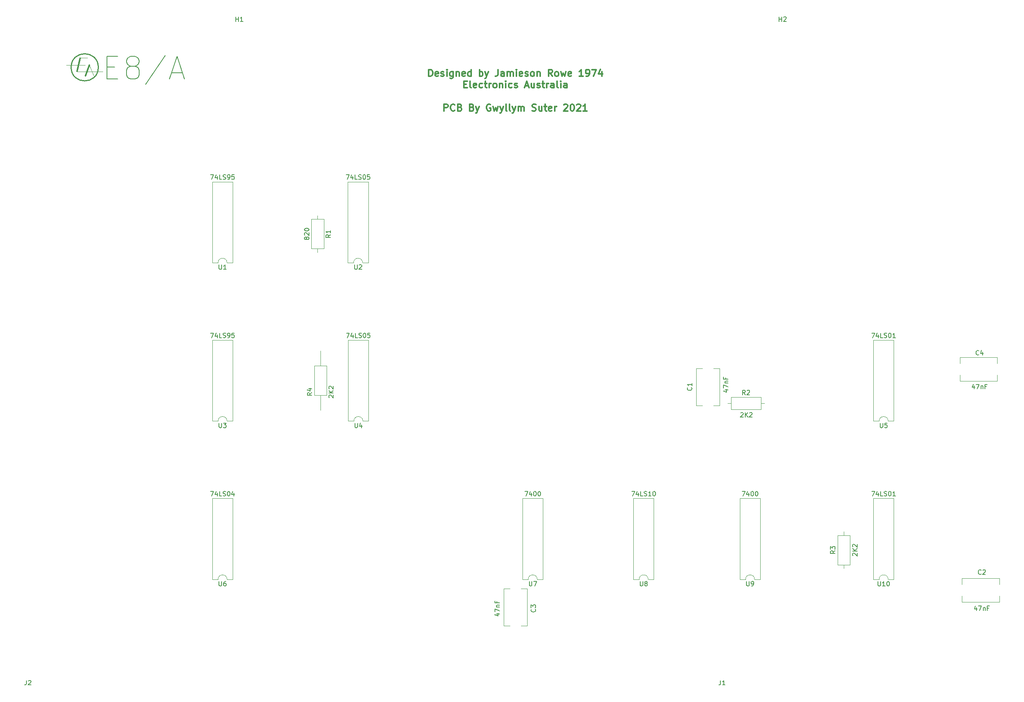
<source format=gbr>
%TF.GenerationSoftware,KiCad,Pcbnew,(5.1.10-1-10_14)*%
%TF.CreationDate,2022-02-06T20:45:04+11:00*%
%TF.ProjectId,Accumulator,41636375-6d75-46c6-9174-6f722e6b6963,rev?*%
%TF.SameCoordinates,Original*%
%TF.FileFunction,Legend,Top*%
%TF.FilePolarity,Positive*%
%FSLAX46Y46*%
G04 Gerber Fmt 4.6, Leading zero omitted, Abs format (unit mm)*
G04 Created by KiCad (PCBNEW (5.1.10-1-10_14)) date 2022-02-06 20:45:04*
%MOMM*%
%LPD*%
G01*
G04 APERTURE LIST*
%ADD10C,0.300000*%
%ADD11C,0.150000*%
%ADD12C,0.120000*%
%ADD13C,0.240000*%
G04 APERTURE END LIST*
D10*
X126857142Y-25853571D02*
X126857142Y-24353571D01*
X127214285Y-24353571D01*
X127428571Y-24425000D01*
X127571428Y-24567857D01*
X127642857Y-24710714D01*
X127714285Y-24996428D01*
X127714285Y-25210714D01*
X127642857Y-25496428D01*
X127571428Y-25639285D01*
X127428571Y-25782142D01*
X127214285Y-25853571D01*
X126857142Y-25853571D01*
X128928571Y-25782142D02*
X128785714Y-25853571D01*
X128500000Y-25853571D01*
X128357142Y-25782142D01*
X128285714Y-25639285D01*
X128285714Y-25067857D01*
X128357142Y-24925000D01*
X128500000Y-24853571D01*
X128785714Y-24853571D01*
X128928571Y-24925000D01*
X129000000Y-25067857D01*
X129000000Y-25210714D01*
X128285714Y-25353571D01*
X129571428Y-25782142D02*
X129714285Y-25853571D01*
X130000000Y-25853571D01*
X130142857Y-25782142D01*
X130214285Y-25639285D01*
X130214285Y-25567857D01*
X130142857Y-25425000D01*
X130000000Y-25353571D01*
X129785714Y-25353571D01*
X129642857Y-25282142D01*
X129571428Y-25139285D01*
X129571428Y-25067857D01*
X129642857Y-24925000D01*
X129785714Y-24853571D01*
X130000000Y-24853571D01*
X130142857Y-24925000D01*
X130857142Y-25853571D02*
X130857142Y-24853571D01*
X130857142Y-24353571D02*
X130785714Y-24425000D01*
X130857142Y-24496428D01*
X130928571Y-24425000D01*
X130857142Y-24353571D01*
X130857142Y-24496428D01*
X132214285Y-24853571D02*
X132214285Y-26067857D01*
X132142857Y-26210714D01*
X132071428Y-26282142D01*
X131928571Y-26353571D01*
X131714285Y-26353571D01*
X131571428Y-26282142D01*
X132214285Y-25782142D02*
X132071428Y-25853571D01*
X131785714Y-25853571D01*
X131642857Y-25782142D01*
X131571428Y-25710714D01*
X131500000Y-25567857D01*
X131500000Y-25139285D01*
X131571428Y-24996428D01*
X131642857Y-24925000D01*
X131785714Y-24853571D01*
X132071428Y-24853571D01*
X132214285Y-24925000D01*
X132928571Y-24853571D02*
X132928571Y-25853571D01*
X132928571Y-24996428D02*
X133000000Y-24925000D01*
X133142857Y-24853571D01*
X133357142Y-24853571D01*
X133500000Y-24925000D01*
X133571428Y-25067857D01*
X133571428Y-25853571D01*
X134857142Y-25782142D02*
X134714285Y-25853571D01*
X134428571Y-25853571D01*
X134285714Y-25782142D01*
X134214285Y-25639285D01*
X134214285Y-25067857D01*
X134285714Y-24925000D01*
X134428571Y-24853571D01*
X134714285Y-24853571D01*
X134857142Y-24925000D01*
X134928571Y-25067857D01*
X134928571Y-25210714D01*
X134214285Y-25353571D01*
X136214285Y-25853571D02*
X136214285Y-24353571D01*
X136214285Y-25782142D02*
X136071428Y-25853571D01*
X135785714Y-25853571D01*
X135642857Y-25782142D01*
X135571428Y-25710714D01*
X135500000Y-25567857D01*
X135500000Y-25139285D01*
X135571428Y-24996428D01*
X135642857Y-24925000D01*
X135785714Y-24853571D01*
X136071428Y-24853571D01*
X136214285Y-24925000D01*
X138071428Y-25853571D02*
X138071428Y-24353571D01*
X138071428Y-24925000D02*
X138214285Y-24853571D01*
X138500000Y-24853571D01*
X138642857Y-24925000D01*
X138714285Y-24996428D01*
X138785714Y-25139285D01*
X138785714Y-25567857D01*
X138714285Y-25710714D01*
X138642857Y-25782142D01*
X138500000Y-25853571D01*
X138214285Y-25853571D01*
X138071428Y-25782142D01*
X139285714Y-24853571D02*
X139642857Y-25853571D01*
X140000000Y-24853571D02*
X139642857Y-25853571D01*
X139500000Y-26210714D01*
X139428571Y-26282142D01*
X139285714Y-26353571D01*
X142142857Y-24353571D02*
X142142857Y-25425000D01*
X142071428Y-25639285D01*
X141928571Y-25782142D01*
X141714285Y-25853571D01*
X141571428Y-25853571D01*
X143500000Y-25853571D02*
X143500000Y-25067857D01*
X143428571Y-24925000D01*
X143285714Y-24853571D01*
X143000000Y-24853571D01*
X142857142Y-24925000D01*
X143500000Y-25782142D02*
X143357142Y-25853571D01*
X143000000Y-25853571D01*
X142857142Y-25782142D01*
X142785714Y-25639285D01*
X142785714Y-25496428D01*
X142857142Y-25353571D01*
X143000000Y-25282142D01*
X143357142Y-25282142D01*
X143500000Y-25210714D01*
X144214285Y-25853571D02*
X144214285Y-24853571D01*
X144214285Y-24996428D02*
X144285714Y-24925000D01*
X144428571Y-24853571D01*
X144642857Y-24853571D01*
X144785714Y-24925000D01*
X144857142Y-25067857D01*
X144857142Y-25853571D01*
X144857142Y-25067857D02*
X144928571Y-24925000D01*
X145071428Y-24853571D01*
X145285714Y-24853571D01*
X145428571Y-24925000D01*
X145500000Y-25067857D01*
X145500000Y-25853571D01*
X146214285Y-25853571D02*
X146214285Y-24853571D01*
X146214285Y-24353571D02*
X146142857Y-24425000D01*
X146214285Y-24496428D01*
X146285714Y-24425000D01*
X146214285Y-24353571D01*
X146214285Y-24496428D01*
X147500000Y-25782142D02*
X147357142Y-25853571D01*
X147071428Y-25853571D01*
X146928571Y-25782142D01*
X146857142Y-25639285D01*
X146857142Y-25067857D01*
X146928571Y-24925000D01*
X147071428Y-24853571D01*
X147357142Y-24853571D01*
X147500000Y-24925000D01*
X147571428Y-25067857D01*
X147571428Y-25210714D01*
X146857142Y-25353571D01*
X148142857Y-25782142D02*
X148285714Y-25853571D01*
X148571428Y-25853571D01*
X148714285Y-25782142D01*
X148785714Y-25639285D01*
X148785714Y-25567857D01*
X148714285Y-25425000D01*
X148571428Y-25353571D01*
X148357142Y-25353571D01*
X148214285Y-25282142D01*
X148142857Y-25139285D01*
X148142857Y-25067857D01*
X148214285Y-24925000D01*
X148357142Y-24853571D01*
X148571428Y-24853571D01*
X148714285Y-24925000D01*
X149642857Y-25853571D02*
X149500000Y-25782142D01*
X149428571Y-25710714D01*
X149357142Y-25567857D01*
X149357142Y-25139285D01*
X149428571Y-24996428D01*
X149500000Y-24925000D01*
X149642857Y-24853571D01*
X149857142Y-24853571D01*
X150000000Y-24925000D01*
X150071428Y-24996428D01*
X150142857Y-25139285D01*
X150142857Y-25567857D01*
X150071428Y-25710714D01*
X150000000Y-25782142D01*
X149857142Y-25853571D01*
X149642857Y-25853571D01*
X150785714Y-24853571D02*
X150785714Y-25853571D01*
X150785714Y-24996428D02*
X150857142Y-24925000D01*
X151000000Y-24853571D01*
X151214285Y-24853571D01*
X151357142Y-24925000D01*
X151428571Y-25067857D01*
X151428571Y-25853571D01*
X154142857Y-25853571D02*
X153642857Y-25139285D01*
X153285714Y-25853571D02*
X153285714Y-24353571D01*
X153857142Y-24353571D01*
X154000000Y-24425000D01*
X154071428Y-24496428D01*
X154142857Y-24639285D01*
X154142857Y-24853571D01*
X154071428Y-24996428D01*
X154000000Y-25067857D01*
X153857142Y-25139285D01*
X153285714Y-25139285D01*
X155000000Y-25853571D02*
X154857142Y-25782142D01*
X154785714Y-25710714D01*
X154714285Y-25567857D01*
X154714285Y-25139285D01*
X154785714Y-24996428D01*
X154857142Y-24925000D01*
X155000000Y-24853571D01*
X155214285Y-24853571D01*
X155357142Y-24925000D01*
X155428571Y-24996428D01*
X155500000Y-25139285D01*
X155500000Y-25567857D01*
X155428571Y-25710714D01*
X155357142Y-25782142D01*
X155214285Y-25853571D01*
X155000000Y-25853571D01*
X156000000Y-24853571D02*
X156285714Y-25853571D01*
X156571428Y-25139285D01*
X156857142Y-25853571D01*
X157142857Y-24853571D01*
X158285714Y-25782142D02*
X158142857Y-25853571D01*
X157857142Y-25853571D01*
X157714285Y-25782142D01*
X157642857Y-25639285D01*
X157642857Y-25067857D01*
X157714285Y-24925000D01*
X157857142Y-24853571D01*
X158142857Y-24853571D01*
X158285714Y-24925000D01*
X158357142Y-25067857D01*
X158357142Y-25210714D01*
X157642857Y-25353571D01*
X160928571Y-25853571D02*
X160071428Y-25853571D01*
X160500000Y-25853571D02*
X160500000Y-24353571D01*
X160357142Y-24567857D01*
X160214285Y-24710714D01*
X160071428Y-24782142D01*
X161642857Y-25853571D02*
X161928571Y-25853571D01*
X162071428Y-25782142D01*
X162142857Y-25710714D01*
X162285714Y-25496428D01*
X162357142Y-25210714D01*
X162357142Y-24639285D01*
X162285714Y-24496428D01*
X162214285Y-24425000D01*
X162071428Y-24353571D01*
X161785714Y-24353571D01*
X161642857Y-24425000D01*
X161571428Y-24496428D01*
X161500000Y-24639285D01*
X161500000Y-24996428D01*
X161571428Y-25139285D01*
X161642857Y-25210714D01*
X161785714Y-25282142D01*
X162071428Y-25282142D01*
X162214285Y-25210714D01*
X162285714Y-25139285D01*
X162357142Y-24996428D01*
X162857142Y-24353571D02*
X163857142Y-24353571D01*
X163214285Y-25853571D01*
X165071428Y-24853571D02*
X165071428Y-25853571D01*
X164714285Y-24282142D02*
X164357142Y-25353571D01*
X165285714Y-25353571D01*
X134642857Y-27617857D02*
X135142857Y-27617857D01*
X135357142Y-28403571D02*
X134642857Y-28403571D01*
X134642857Y-26903571D01*
X135357142Y-26903571D01*
X136214285Y-28403571D02*
X136071428Y-28332142D01*
X136000000Y-28189285D01*
X136000000Y-26903571D01*
X137357142Y-28332142D02*
X137214285Y-28403571D01*
X136928571Y-28403571D01*
X136785714Y-28332142D01*
X136714285Y-28189285D01*
X136714285Y-27617857D01*
X136785714Y-27475000D01*
X136928571Y-27403571D01*
X137214285Y-27403571D01*
X137357142Y-27475000D01*
X137428571Y-27617857D01*
X137428571Y-27760714D01*
X136714285Y-27903571D01*
X138714285Y-28332142D02*
X138571428Y-28403571D01*
X138285714Y-28403571D01*
X138142857Y-28332142D01*
X138071428Y-28260714D01*
X138000000Y-28117857D01*
X138000000Y-27689285D01*
X138071428Y-27546428D01*
X138142857Y-27475000D01*
X138285714Y-27403571D01*
X138571428Y-27403571D01*
X138714285Y-27475000D01*
X139142857Y-27403571D02*
X139714285Y-27403571D01*
X139357142Y-26903571D02*
X139357142Y-28189285D01*
X139428571Y-28332142D01*
X139571428Y-28403571D01*
X139714285Y-28403571D01*
X140214285Y-28403571D02*
X140214285Y-27403571D01*
X140214285Y-27689285D02*
X140285714Y-27546428D01*
X140357142Y-27475000D01*
X140500000Y-27403571D01*
X140642857Y-27403571D01*
X141357142Y-28403571D02*
X141214285Y-28332142D01*
X141142857Y-28260714D01*
X141071428Y-28117857D01*
X141071428Y-27689285D01*
X141142857Y-27546428D01*
X141214285Y-27475000D01*
X141357142Y-27403571D01*
X141571428Y-27403571D01*
X141714285Y-27475000D01*
X141785714Y-27546428D01*
X141857142Y-27689285D01*
X141857142Y-28117857D01*
X141785714Y-28260714D01*
X141714285Y-28332142D01*
X141571428Y-28403571D01*
X141357142Y-28403571D01*
X142500000Y-27403571D02*
X142500000Y-28403571D01*
X142500000Y-27546428D02*
X142571428Y-27475000D01*
X142714285Y-27403571D01*
X142928571Y-27403571D01*
X143071428Y-27475000D01*
X143142857Y-27617857D01*
X143142857Y-28403571D01*
X143857142Y-28403571D02*
X143857142Y-27403571D01*
X143857142Y-26903571D02*
X143785714Y-26975000D01*
X143857142Y-27046428D01*
X143928571Y-26975000D01*
X143857142Y-26903571D01*
X143857142Y-27046428D01*
X145214285Y-28332142D02*
X145071428Y-28403571D01*
X144785714Y-28403571D01*
X144642857Y-28332142D01*
X144571428Y-28260714D01*
X144500000Y-28117857D01*
X144500000Y-27689285D01*
X144571428Y-27546428D01*
X144642857Y-27475000D01*
X144785714Y-27403571D01*
X145071428Y-27403571D01*
X145214285Y-27475000D01*
X145785714Y-28332142D02*
X145928571Y-28403571D01*
X146214285Y-28403571D01*
X146357142Y-28332142D01*
X146428571Y-28189285D01*
X146428571Y-28117857D01*
X146357142Y-27975000D01*
X146214285Y-27903571D01*
X146000000Y-27903571D01*
X145857142Y-27832142D01*
X145785714Y-27689285D01*
X145785714Y-27617857D01*
X145857142Y-27475000D01*
X146000000Y-27403571D01*
X146214285Y-27403571D01*
X146357142Y-27475000D01*
X148142857Y-27975000D02*
X148857142Y-27975000D01*
X148000000Y-28403571D02*
X148500000Y-26903571D01*
X149000000Y-28403571D01*
X150142857Y-27403571D02*
X150142857Y-28403571D01*
X149500000Y-27403571D02*
X149500000Y-28189285D01*
X149571428Y-28332142D01*
X149714285Y-28403571D01*
X149928571Y-28403571D01*
X150071428Y-28332142D01*
X150142857Y-28260714D01*
X150785714Y-28332142D02*
X150928571Y-28403571D01*
X151214285Y-28403571D01*
X151357142Y-28332142D01*
X151428571Y-28189285D01*
X151428571Y-28117857D01*
X151357142Y-27975000D01*
X151214285Y-27903571D01*
X151000000Y-27903571D01*
X150857142Y-27832142D01*
X150785714Y-27689285D01*
X150785714Y-27617857D01*
X150857142Y-27475000D01*
X151000000Y-27403571D01*
X151214285Y-27403571D01*
X151357142Y-27475000D01*
X151857142Y-27403571D02*
X152428571Y-27403571D01*
X152071428Y-26903571D02*
X152071428Y-28189285D01*
X152142857Y-28332142D01*
X152285714Y-28403571D01*
X152428571Y-28403571D01*
X152928571Y-28403571D02*
X152928571Y-27403571D01*
X152928571Y-27689285D02*
X153000000Y-27546428D01*
X153071428Y-27475000D01*
X153214285Y-27403571D01*
X153357142Y-27403571D01*
X154500000Y-28403571D02*
X154500000Y-27617857D01*
X154428571Y-27475000D01*
X154285714Y-27403571D01*
X154000000Y-27403571D01*
X153857142Y-27475000D01*
X154500000Y-28332142D02*
X154357142Y-28403571D01*
X154000000Y-28403571D01*
X153857142Y-28332142D01*
X153785714Y-28189285D01*
X153785714Y-28046428D01*
X153857142Y-27903571D01*
X154000000Y-27832142D01*
X154357142Y-27832142D01*
X154500000Y-27760714D01*
X155428571Y-28403571D02*
X155285714Y-28332142D01*
X155214285Y-28189285D01*
X155214285Y-26903571D01*
X156000000Y-28403571D02*
X156000000Y-27403571D01*
X156000000Y-26903571D02*
X155928571Y-26975000D01*
X156000000Y-27046428D01*
X156071428Y-26975000D01*
X156000000Y-26903571D01*
X156000000Y-27046428D01*
X157357142Y-28403571D02*
X157357142Y-27617857D01*
X157285714Y-27475000D01*
X157142857Y-27403571D01*
X156857142Y-27403571D01*
X156714285Y-27475000D01*
X157357142Y-28332142D02*
X157214285Y-28403571D01*
X156857142Y-28403571D01*
X156714285Y-28332142D01*
X156642857Y-28189285D01*
X156642857Y-28046428D01*
X156714285Y-27903571D01*
X156857142Y-27832142D01*
X157214285Y-27832142D01*
X157357142Y-27760714D01*
X130249999Y-33503571D02*
X130249999Y-32003571D01*
X130821428Y-32003571D01*
X130964285Y-32075000D01*
X131035714Y-32146428D01*
X131107142Y-32289285D01*
X131107142Y-32503571D01*
X131035714Y-32646428D01*
X130964285Y-32717857D01*
X130821428Y-32789285D01*
X130249999Y-32789285D01*
X132607142Y-33360714D02*
X132535714Y-33432142D01*
X132321428Y-33503571D01*
X132178571Y-33503571D01*
X131964285Y-33432142D01*
X131821428Y-33289285D01*
X131749999Y-33146428D01*
X131678571Y-32860714D01*
X131678571Y-32646428D01*
X131749999Y-32360714D01*
X131821428Y-32217857D01*
X131964285Y-32075000D01*
X132178571Y-32003571D01*
X132321428Y-32003571D01*
X132535714Y-32075000D01*
X132607142Y-32146428D01*
X133749999Y-32717857D02*
X133964285Y-32789285D01*
X134035714Y-32860714D01*
X134107142Y-33003571D01*
X134107142Y-33217857D01*
X134035714Y-33360714D01*
X133964285Y-33432142D01*
X133821428Y-33503571D01*
X133249999Y-33503571D01*
X133249999Y-32003571D01*
X133749999Y-32003571D01*
X133892857Y-32075000D01*
X133964285Y-32146428D01*
X134035714Y-32289285D01*
X134035714Y-32432142D01*
X133964285Y-32575000D01*
X133892857Y-32646428D01*
X133749999Y-32717857D01*
X133249999Y-32717857D01*
X136392857Y-32717857D02*
X136607142Y-32789285D01*
X136678571Y-32860714D01*
X136750000Y-33003571D01*
X136750000Y-33217857D01*
X136678571Y-33360714D01*
X136607142Y-33432142D01*
X136464285Y-33503571D01*
X135892857Y-33503571D01*
X135892857Y-32003571D01*
X136392857Y-32003571D01*
X136535714Y-32075000D01*
X136607142Y-32146428D01*
X136678571Y-32289285D01*
X136678571Y-32432142D01*
X136607142Y-32575000D01*
X136535714Y-32646428D01*
X136392857Y-32717857D01*
X135892857Y-32717857D01*
X137250000Y-32503571D02*
X137607142Y-33503571D01*
X137964285Y-32503571D02*
X137607142Y-33503571D01*
X137464285Y-33860714D01*
X137392857Y-33932142D01*
X137250000Y-34003571D01*
X140464285Y-32075000D02*
X140321428Y-32003571D01*
X140107142Y-32003571D01*
X139892857Y-32075000D01*
X139750000Y-32217857D01*
X139678571Y-32360714D01*
X139607142Y-32646428D01*
X139607142Y-32860714D01*
X139678571Y-33146428D01*
X139750000Y-33289285D01*
X139892857Y-33432142D01*
X140107142Y-33503571D01*
X140250000Y-33503571D01*
X140464285Y-33432142D01*
X140535714Y-33360714D01*
X140535714Y-32860714D01*
X140250000Y-32860714D01*
X141035714Y-32503571D02*
X141321428Y-33503571D01*
X141607142Y-32789285D01*
X141892857Y-33503571D01*
X142178571Y-32503571D01*
X142607142Y-32503571D02*
X142964285Y-33503571D01*
X143321428Y-32503571D02*
X142964285Y-33503571D01*
X142821428Y-33860714D01*
X142750000Y-33932142D01*
X142607142Y-34003571D01*
X144107142Y-33503571D02*
X143964285Y-33432142D01*
X143892857Y-33289285D01*
X143892857Y-32003571D01*
X144892857Y-33503571D02*
X144750000Y-33432142D01*
X144678571Y-33289285D01*
X144678571Y-32003571D01*
X145321428Y-32503571D02*
X145678571Y-33503571D01*
X146035714Y-32503571D02*
X145678571Y-33503571D01*
X145535714Y-33860714D01*
X145464285Y-33932142D01*
X145321428Y-34003571D01*
X146607142Y-33503571D02*
X146607142Y-32503571D01*
X146607142Y-32646428D02*
X146678571Y-32575000D01*
X146821428Y-32503571D01*
X147035714Y-32503571D01*
X147178571Y-32575000D01*
X147250000Y-32717857D01*
X147250000Y-33503571D01*
X147250000Y-32717857D02*
X147321428Y-32575000D01*
X147464285Y-32503571D01*
X147678571Y-32503571D01*
X147821428Y-32575000D01*
X147892857Y-32717857D01*
X147892857Y-33503571D01*
X149678571Y-33432142D02*
X149892857Y-33503571D01*
X150250000Y-33503571D01*
X150392857Y-33432142D01*
X150464285Y-33360714D01*
X150535714Y-33217857D01*
X150535714Y-33075000D01*
X150464285Y-32932142D01*
X150392857Y-32860714D01*
X150250000Y-32789285D01*
X149964285Y-32717857D01*
X149821428Y-32646428D01*
X149750000Y-32575000D01*
X149678571Y-32432142D01*
X149678571Y-32289285D01*
X149750000Y-32146428D01*
X149821428Y-32075000D01*
X149964285Y-32003571D01*
X150321428Y-32003571D01*
X150535714Y-32075000D01*
X151821428Y-32503571D02*
X151821428Y-33503571D01*
X151178571Y-32503571D02*
X151178571Y-33289285D01*
X151250000Y-33432142D01*
X151392857Y-33503571D01*
X151607142Y-33503571D01*
X151750000Y-33432142D01*
X151821428Y-33360714D01*
X152321428Y-32503571D02*
X152892857Y-32503571D01*
X152535714Y-32003571D02*
X152535714Y-33289285D01*
X152607142Y-33432142D01*
X152750000Y-33503571D01*
X152892857Y-33503571D01*
X153964285Y-33432142D02*
X153821428Y-33503571D01*
X153535714Y-33503571D01*
X153392857Y-33432142D01*
X153321428Y-33289285D01*
X153321428Y-32717857D01*
X153392857Y-32575000D01*
X153535714Y-32503571D01*
X153821428Y-32503571D01*
X153964285Y-32575000D01*
X154035714Y-32717857D01*
X154035714Y-32860714D01*
X153321428Y-33003571D01*
X154678571Y-33503571D02*
X154678571Y-32503571D01*
X154678571Y-32789285D02*
X154750000Y-32646428D01*
X154821428Y-32575000D01*
X154964285Y-32503571D01*
X155107142Y-32503571D01*
X156678571Y-32146428D02*
X156750000Y-32075000D01*
X156892857Y-32003571D01*
X157250000Y-32003571D01*
X157392857Y-32075000D01*
X157464285Y-32146428D01*
X157535714Y-32289285D01*
X157535714Y-32432142D01*
X157464285Y-32646428D01*
X156607142Y-33503571D01*
X157535714Y-33503571D01*
X158464285Y-32003571D02*
X158607142Y-32003571D01*
X158750000Y-32075000D01*
X158821428Y-32146428D01*
X158892857Y-32289285D01*
X158964285Y-32575000D01*
X158964285Y-32932142D01*
X158892857Y-33217857D01*
X158821428Y-33360714D01*
X158750000Y-33432142D01*
X158607142Y-33503571D01*
X158464285Y-33503571D01*
X158321428Y-33432142D01*
X158250000Y-33360714D01*
X158178571Y-33217857D01*
X158107142Y-32932142D01*
X158107142Y-32575000D01*
X158178571Y-32289285D01*
X158250000Y-32146428D01*
X158321428Y-32075000D01*
X158464285Y-32003571D01*
X159535714Y-32146428D02*
X159607142Y-32075000D01*
X159750000Y-32003571D01*
X160107142Y-32003571D01*
X160250000Y-32075000D01*
X160321428Y-32146428D01*
X160392857Y-32289285D01*
X160392857Y-32432142D01*
X160321428Y-32646428D01*
X159464285Y-33503571D01*
X160392857Y-33503571D01*
X161821428Y-33503571D02*
X160964285Y-33503571D01*
X161392857Y-33503571D02*
X161392857Y-32003571D01*
X161250000Y-32217857D01*
X161107142Y-32360714D01*
X160964285Y-32432142D01*
D11*
X55785714Y-23842857D02*
X57452380Y-23842857D01*
X58166666Y-26461904D02*
X55785714Y-26461904D01*
X55785714Y-21461904D01*
X58166666Y-21461904D01*
X61023809Y-23604761D02*
X60547619Y-23366666D01*
X60309523Y-23128571D01*
X60071428Y-22652380D01*
X60071428Y-22414285D01*
X60309523Y-21938095D01*
X60547619Y-21700000D01*
X61023809Y-21461904D01*
X61976190Y-21461904D01*
X62452380Y-21700000D01*
X62690476Y-21938095D01*
X62928571Y-22414285D01*
X62928571Y-22652380D01*
X62690476Y-23128571D01*
X62452380Y-23366666D01*
X61976190Y-23604761D01*
X61023809Y-23604761D01*
X60547619Y-23842857D01*
X60309523Y-24080952D01*
X60071428Y-24557142D01*
X60071428Y-25509523D01*
X60309523Y-25985714D01*
X60547619Y-26223809D01*
X61023809Y-26461904D01*
X61976190Y-26461904D01*
X62452380Y-26223809D01*
X62690476Y-25985714D01*
X62928571Y-25509523D01*
X62928571Y-24557142D01*
X62690476Y-24080952D01*
X62452380Y-23842857D01*
X61976190Y-23604761D01*
X68642857Y-21223809D02*
X64357142Y-27652380D01*
X70071428Y-25033333D02*
X72452380Y-25033333D01*
X69595238Y-26461904D02*
X71261904Y-21461904D01*
X72928571Y-26461904D01*
D12*
%TO.C,C1*%
X185880000Y-98670000D02*
X185880000Y-90430000D01*
X191120000Y-98670000D02*
X191120000Y-90430000D01*
X185880000Y-98670000D02*
X187244000Y-98670000D01*
X189756000Y-98670000D02*
X191120000Y-98670000D01*
X185880000Y-90430000D02*
X187244000Y-90430000D01*
X189756000Y-90430000D02*
X191120000Y-90430000D01*
%TO.C,C2*%
X244630000Y-136820000D02*
X252870000Y-136820000D01*
X244630000Y-142060000D02*
X252870000Y-142060000D01*
X244630000Y-136820000D02*
X244630000Y-138184000D01*
X244630000Y-140696000D02*
X244630000Y-142060000D01*
X252870000Y-136820000D02*
X252870000Y-138184000D01*
X252870000Y-140696000D02*
X252870000Y-142060000D01*
%TO.C,C3*%
X148620000Y-139130000D02*
X148620000Y-147370000D01*
X143380000Y-139130000D02*
X143380000Y-147370000D01*
X148620000Y-139130000D02*
X147256000Y-139130000D01*
X144744000Y-139130000D02*
X143380000Y-139130000D01*
X148620000Y-147370000D02*
X147256000Y-147370000D01*
X144744000Y-147370000D02*
X143380000Y-147370000D01*
%TO.C,C4*%
X244130000Y-87980000D02*
X252370000Y-87980000D01*
X244130000Y-93220000D02*
X252370000Y-93220000D01*
X244130000Y-87980000D02*
X244130000Y-89344000D01*
X244130000Y-91856000D02*
X244130000Y-93220000D01*
X252370000Y-87980000D02*
X252370000Y-89344000D01*
X252370000Y-91856000D02*
X252370000Y-93220000D01*
%TO.C,REF\u002A\u002A*%
X51915000Y-23360000D02*
X52875000Y-25830000D01*
D10*
X51875000Y-23370000D02*
X51075000Y-25770000D01*
D12*
X49125000Y-24820000D02*
X54825000Y-24820000D01*
X46785000Y-23340000D02*
X50985000Y-23340000D01*
X49835000Y-21800000D02*
X51445000Y-21800000D01*
D10*
X49875000Y-21870000D02*
X49175000Y-24770000D01*
D13*
X53875000Y-23870000D02*
G75*
G03*
X53875000Y-23870000I-3000000J0D01*
G01*
D12*
%TO.C,R4*%
X101575000Y-96355000D02*
X104315000Y-96355000D01*
X104315000Y-96355000D02*
X104315000Y-89815000D01*
X104315000Y-89815000D02*
X101575000Y-89815000D01*
X101575000Y-89815000D02*
X101575000Y-96355000D01*
X102945000Y-99665000D02*
X102945000Y-96355000D01*
X102945000Y-86505000D02*
X102945000Y-89815000D01*
%TO.C,U2*%
X112240000Y-67070000D02*
X113490000Y-67070000D01*
X113490000Y-67070000D02*
X113490000Y-49170000D01*
X113490000Y-49170000D02*
X108990000Y-49170000D01*
X108990000Y-49170000D02*
X108990000Y-67070000D01*
X108990000Y-67070000D02*
X110240000Y-67070000D01*
X110240000Y-67070000D02*
G75*
G02*
X112240000Y-67070000I1000000J0D01*
G01*
%TO.C,R1*%
X103680000Y-57430000D02*
X100940000Y-57430000D01*
X100940000Y-57430000D02*
X100940000Y-63970000D01*
X100940000Y-63970000D02*
X103680000Y-63970000D01*
X103680000Y-63970000D02*
X103680000Y-57430000D01*
X102310000Y-56660000D02*
X102310000Y-57430000D01*
X102310000Y-64740000D02*
X102310000Y-63970000D01*
%TO.C,R2*%
X193655000Y-96795000D02*
X193655000Y-99535000D01*
X193655000Y-99535000D02*
X200195000Y-99535000D01*
X200195000Y-99535000D02*
X200195000Y-96795000D01*
X200195000Y-96795000D02*
X193655000Y-96795000D01*
X192885000Y-98165000D02*
X193655000Y-98165000D01*
X200965000Y-98165000D02*
X200195000Y-98165000D01*
%TO.C,R3*%
X217130000Y-133850000D02*
X219870000Y-133850000D01*
X219870000Y-133850000D02*
X219870000Y-127310000D01*
X219870000Y-127310000D02*
X217130000Y-127310000D01*
X217130000Y-127310000D02*
X217130000Y-133850000D01*
X218500000Y-134620000D02*
X218500000Y-133850000D01*
X218500000Y-126540000D02*
X218500000Y-127310000D01*
%TO.C,U1*%
X82310000Y-67070000D02*
X83560000Y-67070000D01*
X83560000Y-67070000D02*
X83560000Y-49170000D01*
X83560000Y-49170000D02*
X79060000Y-49170000D01*
X79060000Y-49170000D02*
X79060000Y-67070000D01*
X79060000Y-67070000D02*
X80310000Y-67070000D01*
X80310000Y-67070000D02*
G75*
G02*
X82310000Y-67070000I1000000J0D01*
G01*
%TO.C,U3*%
X82310000Y-102070000D02*
X83560000Y-102070000D01*
X83560000Y-102070000D02*
X83560000Y-84170000D01*
X83560000Y-84170000D02*
X79060000Y-84170000D01*
X79060000Y-84170000D02*
X79060000Y-102070000D01*
X79060000Y-102070000D02*
X80310000Y-102070000D01*
X80310000Y-102070000D02*
G75*
G02*
X82310000Y-102070000I1000000J0D01*
G01*
%TO.C,U4*%
X112310000Y-102070000D02*
X113560000Y-102070000D01*
X113560000Y-102070000D02*
X113560000Y-84170000D01*
X113560000Y-84170000D02*
X109060000Y-84170000D01*
X109060000Y-84170000D02*
X109060000Y-102070000D01*
X109060000Y-102070000D02*
X110310000Y-102070000D01*
X110310000Y-102070000D02*
G75*
G02*
X112310000Y-102070000I1000000J0D01*
G01*
%TO.C,U5*%
X228310000Y-102070000D02*
X229560000Y-102070000D01*
X229560000Y-102070000D02*
X229560000Y-84170000D01*
X229560000Y-84170000D02*
X225060000Y-84170000D01*
X225060000Y-84170000D02*
X225060000Y-102070000D01*
X225060000Y-102070000D02*
X226310000Y-102070000D01*
X226310000Y-102070000D02*
G75*
G02*
X228310000Y-102070000I1000000J0D01*
G01*
%TO.C,U6*%
X82310000Y-137070000D02*
X83560000Y-137070000D01*
X83560000Y-137070000D02*
X83560000Y-119170000D01*
X83560000Y-119170000D02*
X79060000Y-119170000D01*
X79060000Y-119170000D02*
X79060000Y-137070000D01*
X79060000Y-137070000D02*
X80310000Y-137070000D01*
X80310000Y-137070000D02*
G75*
G02*
X82310000Y-137070000I1000000J0D01*
G01*
%TO.C,U7*%
X150810000Y-137070000D02*
X152060000Y-137070000D01*
X152060000Y-137070000D02*
X152060000Y-119170000D01*
X152060000Y-119170000D02*
X147560000Y-119170000D01*
X147560000Y-119170000D02*
X147560000Y-137070000D01*
X147560000Y-137070000D02*
X148810000Y-137070000D01*
X148810000Y-137070000D02*
G75*
G02*
X150810000Y-137070000I1000000J0D01*
G01*
%TO.C,U8*%
X175310000Y-137070000D02*
X176560000Y-137070000D01*
X176560000Y-137070000D02*
X176560000Y-119170000D01*
X176560000Y-119170000D02*
X172060000Y-119170000D01*
X172060000Y-119170000D02*
X172060000Y-137070000D01*
X172060000Y-137070000D02*
X173310000Y-137070000D01*
X173310000Y-137070000D02*
G75*
G02*
X175310000Y-137070000I1000000J0D01*
G01*
%TO.C,U9*%
X198810000Y-137070000D02*
X200060000Y-137070000D01*
X200060000Y-137070000D02*
X200060000Y-119170000D01*
X200060000Y-119170000D02*
X195560000Y-119170000D01*
X195560000Y-119170000D02*
X195560000Y-137070000D01*
X195560000Y-137070000D02*
X196810000Y-137070000D01*
X196810000Y-137070000D02*
G75*
G02*
X198810000Y-137070000I1000000J0D01*
G01*
%TO.C,U10*%
X228310000Y-137070000D02*
X229560000Y-137070000D01*
X229560000Y-137070000D02*
X229560000Y-119170000D01*
X229560000Y-119170000D02*
X225060000Y-119170000D01*
X225060000Y-119170000D02*
X225060000Y-137070000D01*
X225060000Y-137070000D02*
X226310000Y-137070000D01*
X226310000Y-137070000D02*
G75*
G02*
X228310000Y-137070000I1000000J0D01*
G01*
%TO.C,C1*%
D11*
X184857142Y-94666666D02*
X184904761Y-94714285D01*
X184952380Y-94857142D01*
X184952380Y-94952380D01*
X184904761Y-95095238D01*
X184809523Y-95190476D01*
X184714285Y-95238095D01*
X184523809Y-95285714D01*
X184380952Y-95285714D01*
X184190476Y-95238095D01*
X184095238Y-95190476D01*
X184000000Y-95095238D01*
X183952380Y-94952380D01*
X183952380Y-94857142D01*
X184000000Y-94714285D01*
X184047619Y-94666666D01*
X184952380Y-93714285D02*
X184952380Y-94285714D01*
X184952380Y-94000000D02*
X183952380Y-94000000D01*
X184095238Y-94095238D01*
X184190476Y-94190476D01*
X184238095Y-94285714D01*
X192285714Y-95166666D02*
X192952380Y-95166666D01*
X191904761Y-95404761D02*
X192619047Y-95642857D01*
X192619047Y-95023809D01*
X191952380Y-94738095D02*
X191952380Y-94071428D01*
X192952380Y-94500000D01*
X192285714Y-93690476D02*
X192952380Y-93690476D01*
X192380952Y-93690476D02*
X192333333Y-93642857D01*
X192285714Y-93547619D01*
X192285714Y-93404761D01*
X192333333Y-93309523D01*
X192428571Y-93261904D01*
X192952380Y-93261904D01*
X192428571Y-92452380D02*
X192428571Y-92785714D01*
X192952380Y-92785714D02*
X191952380Y-92785714D01*
X191952380Y-92309523D01*
%TO.C,C2*%
X248833333Y-135857142D02*
X248785714Y-135904761D01*
X248642857Y-135952380D01*
X248547619Y-135952380D01*
X248404761Y-135904761D01*
X248309523Y-135809523D01*
X248261904Y-135714285D01*
X248214285Y-135523809D01*
X248214285Y-135380952D01*
X248261904Y-135190476D01*
X248309523Y-135095238D01*
X248404761Y-135000000D01*
X248547619Y-134952380D01*
X248642857Y-134952380D01*
X248785714Y-135000000D01*
X248833333Y-135047619D01*
X249214285Y-135047619D02*
X249261904Y-135000000D01*
X249357142Y-134952380D01*
X249595238Y-134952380D01*
X249690476Y-135000000D01*
X249738095Y-135047619D01*
X249785714Y-135142857D01*
X249785714Y-135238095D01*
X249738095Y-135380952D01*
X249166666Y-135952380D01*
X249785714Y-135952380D01*
X247833333Y-143285714D02*
X247833333Y-143952380D01*
X247595238Y-142904761D02*
X247357142Y-143619047D01*
X247976190Y-143619047D01*
X248261904Y-142952380D02*
X248928571Y-142952380D01*
X248500000Y-143952380D01*
X249309523Y-143285714D02*
X249309523Y-143952380D01*
X249309523Y-143380952D02*
X249357142Y-143333333D01*
X249452380Y-143285714D01*
X249595238Y-143285714D01*
X249690476Y-143333333D01*
X249738095Y-143428571D01*
X249738095Y-143952380D01*
X250547619Y-143428571D02*
X250214285Y-143428571D01*
X250214285Y-143952380D02*
X250214285Y-142952380D01*
X250690476Y-142952380D01*
%TO.C,C3*%
X150357142Y-143666666D02*
X150404761Y-143714285D01*
X150452380Y-143857142D01*
X150452380Y-143952380D01*
X150404761Y-144095238D01*
X150309523Y-144190476D01*
X150214285Y-144238095D01*
X150023809Y-144285714D01*
X149880952Y-144285714D01*
X149690476Y-144238095D01*
X149595238Y-144190476D01*
X149500000Y-144095238D01*
X149452380Y-143952380D01*
X149452380Y-143857142D01*
X149500000Y-143714285D01*
X149547619Y-143666666D01*
X149452380Y-143333333D02*
X149452380Y-142714285D01*
X149833333Y-143047619D01*
X149833333Y-142904761D01*
X149880952Y-142809523D01*
X149928571Y-142761904D01*
X150023809Y-142714285D01*
X150261904Y-142714285D01*
X150357142Y-142761904D01*
X150404761Y-142809523D01*
X150452380Y-142904761D01*
X150452380Y-143190476D01*
X150404761Y-143285714D01*
X150357142Y-143333333D01*
X141785714Y-144666666D02*
X142452380Y-144666666D01*
X141404761Y-144904761D02*
X142119047Y-145142857D01*
X142119047Y-144523809D01*
X141452380Y-144238095D02*
X141452380Y-143571428D01*
X142452380Y-144000000D01*
X141785714Y-143190476D02*
X142452380Y-143190476D01*
X141880952Y-143190476D02*
X141833333Y-143142857D01*
X141785714Y-143047619D01*
X141785714Y-142904761D01*
X141833333Y-142809523D01*
X141928571Y-142761904D01*
X142452380Y-142761904D01*
X141928571Y-141952380D02*
X141928571Y-142285714D01*
X142452380Y-142285714D02*
X141452380Y-142285714D01*
X141452380Y-141809523D01*
%TO.C,C4*%
X248333333Y-87357142D02*
X248285714Y-87404761D01*
X248142857Y-87452380D01*
X248047619Y-87452380D01*
X247904761Y-87404761D01*
X247809523Y-87309523D01*
X247761904Y-87214285D01*
X247714285Y-87023809D01*
X247714285Y-86880952D01*
X247761904Y-86690476D01*
X247809523Y-86595238D01*
X247904761Y-86500000D01*
X248047619Y-86452380D01*
X248142857Y-86452380D01*
X248285714Y-86500000D01*
X248333333Y-86547619D01*
X249190476Y-86785714D02*
X249190476Y-87452380D01*
X248952380Y-86404761D02*
X248714285Y-87119047D01*
X249333333Y-87119047D01*
X247333333Y-94285714D02*
X247333333Y-94952380D01*
X247095238Y-93904761D02*
X246857142Y-94619047D01*
X247476190Y-94619047D01*
X247761904Y-93952380D02*
X248428571Y-93952380D01*
X248000000Y-94952380D01*
X248809523Y-94285714D02*
X248809523Y-94952380D01*
X248809523Y-94380952D02*
X248857142Y-94333333D01*
X248952380Y-94285714D01*
X249095238Y-94285714D01*
X249190476Y-94333333D01*
X249238095Y-94428571D01*
X249238095Y-94952380D01*
X250047619Y-94428571D02*
X249714285Y-94428571D01*
X249714285Y-94952380D02*
X249714285Y-93952380D01*
X250190476Y-93952380D01*
%TO.C,H2*%
X204238095Y-13702380D02*
X204238095Y-12702380D01*
X204238095Y-13178571D02*
X204809523Y-13178571D01*
X204809523Y-13702380D02*
X204809523Y-12702380D01*
X205238095Y-12797619D02*
X205285714Y-12750000D01*
X205380952Y-12702380D01*
X205619047Y-12702380D01*
X205714285Y-12750000D01*
X205761904Y-12797619D01*
X205809523Y-12892857D01*
X205809523Y-12988095D01*
X205761904Y-13130952D01*
X205190476Y-13702380D01*
X205809523Y-13702380D01*
%TO.C,H1*%
X84238095Y-13702380D02*
X84238095Y-12702380D01*
X84238095Y-13178571D02*
X84809523Y-13178571D01*
X84809523Y-13702380D02*
X84809523Y-12702380D01*
X85809523Y-13702380D02*
X85238095Y-13702380D01*
X85523809Y-13702380D02*
X85523809Y-12702380D01*
X85428571Y-12845238D01*
X85333333Y-12940476D01*
X85238095Y-12988095D01*
%TO.C,R4*%
X101027380Y-95791666D02*
X100551190Y-96125000D01*
X101027380Y-96363095D02*
X100027380Y-96363095D01*
X100027380Y-95982142D01*
X100075000Y-95886904D01*
X100122619Y-95839285D01*
X100217857Y-95791666D01*
X100360714Y-95791666D01*
X100455952Y-95839285D01*
X100503571Y-95886904D01*
X100551190Y-95982142D01*
X100551190Y-96363095D01*
X100360714Y-94934523D02*
X101027380Y-94934523D01*
X99979761Y-95172619D02*
X100694047Y-95410714D01*
X100694047Y-94791666D01*
X104862619Y-96886904D02*
X104815000Y-96839285D01*
X104767380Y-96744047D01*
X104767380Y-96505952D01*
X104815000Y-96410714D01*
X104862619Y-96363095D01*
X104957857Y-96315476D01*
X105053095Y-96315476D01*
X105195952Y-96363095D01*
X105767380Y-96934523D01*
X105767380Y-96315476D01*
X105767380Y-95886904D02*
X104767380Y-95886904D01*
X105767380Y-95315476D02*
X105195952Y-95744047D01*
X104767380Y-95315476D02*
X105338809Y-95886904D01*
X104862619Y-94934523D02*
X104815000Y-94886904D01*
X104767380Y-94791666D01*
X104767380Y-94553571D01*
X104815000Y-94458333D01*
X104862619Y-94410714D01*
X104957857Y-94363095D01*
X105053095Y-94363095D01*
X105195952Y-94410714D01*
X105767380Y-94982142D01*
X105767380Y-94363095D01*
%TO.C,U2*%
X110478095Y-67522380D02*
X110478095Y-68331904D01*
X110525714Y-68427142D01*
X110573333Y-68474761D01*
X110668571Y-68522380D01*
X110859047Y-68522380D01*
X110954285Y-68474761D01*
X111001904Y-68427142D01*
X111049523Y-68331904D01*
X111049523Y-67522380D01*
X111478095Y-67617619D02*
X111525714Y-67570000D01*
X111620952Y-67522380D01*
X111859047Y-67522380D01*
X111954285Y-67570000D01*
X112001904Y-67617619D01*
X112049523Y-67712857D01*
X112049523Y-67808095D01*
X112001904Y-67950952D01*
X111430476Y-68522380D01*
X112049523Y-68522380D01*
X108597142Y-47622380D02*
X109263809Y-47622380D01*
X108835238Y-48622380D01*
X110073333Y-47955714D02*
X110073333Y-48622380D01*
X109835238Y-47574761D02*
X109597142Y-48289047D01*
X110216190Y-48289047D01*
X111073333Y-48622380D02*
X110597142Y-48622380D01*
X110597142Y-47622380D01*
X111359047Y-48574761D02*
X111501904Y-48622380D01*
X111740000Y-48622380D01*
X111835238Y-48574761D01*
X111882857Y-48527142D01*
X111930476Y-48431904D01*
X111930476Y-48336666D01*
X111882857Y-48241428D01*
X111835238Y-48193809D01*
X111740000Y-48146190D01*
X111549523Y-48098571D01*
X111454285Y-48050952D01*
X111406666Y-48003333D01*
X111359047Y-47908095D01*
X111359047Y-47812857D01*
X111406666Y-47717619D01*
X111454285Y-47670000D01*
X111549523Y-47622380D01*
X111787619Y-47622380D01*
X111930476Y-47670000D01*
X112549523Y-47622380D02*
X112644761Y-47622380D01*
X112740000Y-47670000D01*
X112787619Y-47717619D01*
X112835238Y-47812857D01*
X112882857Y-48003333D01*
X112882857Y-48241428D01*
X112835238Y-48431904D01*
X112787619Y-48527142D01*
X112740000Y-48574761D01*
X112644761Y-48622380D01*
X112549523Y-48622380D01*
X112454285Y-48574761D01*
X112406666Y-48527142D01*
X112359047Y-48431904D01*
X112311428Y-48241428D01*
X112311428Y-48003333D01*
X112359047Y-47812857D01*
X112406666Y-47717619D01*
X112454285Y-47670000D01*
X112549523Y-47622380D01*
X113787619Y-47622380D02*
X113311428Y-47622380D01*
X113263809Y-48098571D01*
X113311428Y-48050952D01*
X113406666Y-48003333D01*
X113644761Y-48003333D01*
X113740000Y-48050952D01*
X113787619Y-48098571D01*
X113835238Y-48193809D01*
X113835238Y-48431904D01*
X113787619Y-48527142D01*
X113740000Y-48574761D01*
X113644761Y-48622380D01*
X113406666Y-48622380D01*
X113311428Y-48574761D01*
X113263809Y-48527142D01*
%TO.C,J1*%
X191292266Y-159408380D02*
X191292266Y-160122666D01*
X191244647Y-160265523D01*
X191149409Y-160360761D01*
X191006552Y-160408380D01*
X190911314Y-160408380D01*
X192292266Y-160408380D02*
X191720838Y-160408380D01*
X192006552Y-160408380D02*
X192006552Y-159408380D01*
X191911314Y-159551238D01*
X191816076Y-159646476D01*
X191720838Y-159694095D01*
%TO.C,J2*%
X38005866Y-159408380D02*
X38005866Y-160122666D01*
X37958247Y-160265523D01*
X37863009Y-160360761D01*
X37720152Y-160408380D01*
X37624914Y-160408380D01*
X38434438Y-159503619D02*
X38482057Y-159456000D01*
X38577295Y-159408380D01*
X38815390Y-159408380D01*
X38910628Y-159456000D01*
X38958247Y-159503619D01*
X39005866Y-159598857D01*
X39005866Y-159694095D01*
X38958247Y-159836952D01*
X38386819Y-160408380D01*
X39005866Y-160408380D01*
%TO.C,R1*%
X105132380Y-60866666D02*
X104656190Y-61200000D01*
X105132380Y-61438095D02*
X104132380Y-61438095D01*
X104132380Y-61057142D01*
X104180000Y-60961904D01*
X104227619Y-60914285D01*
X104322857Y-60866666D01*
X104465714Y-60866666D01*
X104560952Y-60914285D01*
X104608571Y-60961904D01*
X104656190Y-61057142D01*
X104656190Y-61438095D01*
X105132380Y-59914285D02*
X105132380Y-60485714D01*
X105132380Y-60200000D02*
X104132380Y-60200000D01*
X104275238Y-60295238D01*
X104370476Y-60390476D01*
X104418095Y-60485714D01*
X99820952Y-61747619D02*
X99773333Y-61842857D01*
X99725714Y-61890476D01*
X99630476Y-61938095D01*
X99582857Y-61938095D01*
X99487619Y-61890476D01*
X99440000Y-61842857D01*
X99392380Y-61747619D01*
X99392380Y-61557142D01*
X99440000Y-61461904D01*
X99487619Y-61414285D01*
X99582857Y-61366666D01*
X99630476Y-61366666D01*
X99725714Y-61414285D01*
X99773333Y-61461904D01*
X99820952Y-61557142D01*
X99820952Y-61747619D01*
X99868571Y-61842857D01*
X99916190Y-61890476D01*
X100011428Y-61938095D01*
X100201904Y-61938095D01*
X100297142Y-61890476D01*
X100344761Y-61842857D01*
X100392380Y-61747619D01*
X100392380Y-61557142D01*
X100344761Y-61461904D01*
X100297142Y-61414285D01*
X100201904Y-61366666D01*
X100011428Y-61366666D01*
X99916190Y-61414285D01*
X99868571Y-61461904D01*
X99820952Y-61557142D01*
X99487619Y-60985714D02*
X99440000Y-60938095D01*
X99392380Y-60842857D01*
X99392380Y-60604761D01*
X99440000Y-60509523D01*
X99487619Y-60461904D01*
X99582857Y-60414285D01*
X99678095Y-60414285D01*
X99820952Y-60461904D01*
X100392380Y-61033333D01*
X100392380Y-60414285D01*
X99392380Y-59795238D02*
X99392380Y-59700000D01*
X99440000Y-59604761D01*
X99487619Y-59557142D01*
X99582857Y-59509523D01*
X99773333Y-59461904D01*
X100011428Y-59461904D01*
X100201904Y-59509523D01*
X100297142Y-59557142D01*
X100344761Y-59604761D01*
X100392380Y-59700000D01*
X100392380Y-59795238D01*
X100344761Y-59890476D01*
X100297142Y-59938095D01*
X100201904Y-59985714D01*
X100011428Y-60033333D01*
X99773333Y-60033333D01*
X99582857Y-59985714D01*
X99487619Y-59938095D01*
X99440000Y-59890476D01*
X99392380Y-59795238D01*
%TO.C,R2*%
X196758333Y-96247380D02*
X196425000Y-95771190D01*
X196186904Y-96247380D02*
X196186904Y-95247380D01*
X196567857Y-95247380D01*
X196663095Y-95295000D01*
X196710714Y-95342619D01*
X196758333Y-95437857D01*
X196758333Y-95580714D01*
X196710714Y-95675952D01*
X196663095Y-95723571D01*
X196567857Y-95771190D01*
X196186904Y-95771190D01*
X197139285Y-95342619D02*
X197186904Y-95295000D01*
X197282142Y-95247380D01*
X197520238Y-95247380D01*
X197615476Y-95295000D01*
X197663095Y-95342619D01*
X197710714Y-95437857D01*
X197710714Y-95533095D01*
X197663095Y-95675952D01*
X197091666Y-96247380D01*
X197710714Y-96247380D01*
X195738095Y-100297619D02*
X195785714Y-100250000D01*
X195880952Y-100202380D01*
X196119047Y-100202380D01*
X196214285Y-100250000D01*
X196261904Y-100297619D01*
X196309523Y-100392857D01*
X196309523Y-100488095D01*
X196261904Y-100630952D01*
X195690476Y-101202380D01*
X196309523Y-101202380D01*
X196738095Y-101202380D02*
X196738095Y-100202380D01*
X197309523Y-101202380D02*
X196880952Y-100630952D01*
X197309523Y-100202380D02*
X196738095Y-100773809D01*
X197690476Y-100297619D02*
X197738095Y-100250000D01*
X197833333Y-100202380D01*
X198071428Y-100202380D01*
X198166666Y-100250000D01*
X198214285Y-100297619D01*
X198261904Y-100392857D01*
X198261904Y-100488095D01*
X198214285Y-100630952D01*
X197642857Y-101202380D01*
X198261904Y-101202380D01*
%TO.C,R3*%
X216582380Y-130746666D02*
X216106190Y-131080000D01*
X216582380Y-131318095D02*
X215582380Y-131318095D01*
X215582380Y-130937142D01*
X215630000Y-130841904D01*
X215677619Y-130794285D01*
X215772857Y-130746666D01*
X215915714Y-130746666D01*
X216010952Y-130794285D01*
X216058571Y-130841904D01*
X216106190Y-130937142D01*
X216106190Y-131318095D01*
X215582380Y-130413333D02*
X215582380Y-129794285D01*
X215963333Y-130127619D01*
X215963333Y-129984761D01*
X216010952Y-129889523D01*
X216058571Y-129841904D01*
X216153809Y-129794285D01*
X216391904Y-129794285D01*
X216487142Y-129841904D01*
X216534761Y-129889523D01*
X216582380Y-129984761D01*
X216582380Y-130270476D01*
X216534761Y-130365714D01*
X216487142Y-130413333D01*
X220547619Y-131841904D02*
X220500000Y-131794285D01*
X220452380Y-131699047D01*
X220452380Y-131460952D01*
X220500000Y-131365714D01*
X220547619Y-131318095D01*
X220642857Y-131270476D01*
X220738095Y-131270476D01*
X220880952Y-131318095D01*
X221452380Y-131889523D01*
X221452380Y-131270476D01*
X221452380Y-130841904D02*
X220452380Y-130841904D01*
X221452380Y-130270476D02*
X220880952Y-130699047D01*
X220452380Y-130270476D02*
X221023809Y-130841904D01*
X220547619Y-129889523D02*
X220500000Y-129841904D01*
X220452380Y-129746666D01*
X220452380Y-129508571D01*
X220500000Y-129413333D01*
X220547619Y-129365714D01*
X220642857Y-129318095D01*
X220738095Y-129318095D01*
X220880952Y-129365714D01*
X221452380Y-129937142D01*
X221452380Y-129318095D01*
%TO.C,U1*%
X80548095Y-67522380D02*
X80548095Y-68331904D01*
X80595714Y-68427142D01*
X80643333Y-68474761D01*
X80738571Y-68522380D01*
X80929047Y-68522380D01*
X81024285Y-68474761D01*
X81071904Y-68427142D01*
X81119523Y-68331904D01*
X81119523Y-67522380D01*
X82119523Y-68522380D02*
X81548095Y-68522380D01*
X81833809Y-68522380D02*
X81833809Y-67522380D01*
X81738571Y-67665238D01*
X81643333Y-67760476D01*
X81548095Y-67808095D01*
X78667142Y-47622380D02*
X79333809Y-47622380D01*
X78905238Y-48622380D01*
X80143333Y-47955714D02*
X80143333Y-48622380D01*
X79905238Y-47574761D02*
X79667142Y-48289047D01*
X80286190Y-48289047D01*
X81143333Y-48622380D02*
X80667142Y-48622380D01*
X80667142Y-47622380D01*
X81429047Y-48574761D02*
X81571904Y-48622380D01*
X81810000Y-48622380D01*
X81905238Y-48574761D01*
X81952857Y-48527142D01*
X82000476Y-48431904D01*
X82000476Y-48336666D01*
X81952857Y-48241428D01*
X81905238Y-48193809D01*
X81810000Y-48146190D01*
X81619523Y-48098571D01*
X81524285Y-48050952D01*
X81476666Y-48003333D01*
X81429047Y-47908095D01*
X81429047Y-47812857D01*
X81476666Y-47717619D01*
X81524285Y-47670000D01*
X81619523Y-47622380D01*
X81857619Y-47622380D01*
X82000476Y-47670000D01*
X82476666Y-48622380D02*
X82667142Y-48622380D01*
X82762380Y-48574761D01*
X82810000Y-48527142D01*
X82905238Y-48384285D01*
X82952857Y-48193809D01*
X82952857Y-47812857D01*
X82905238Y-47717619D01*
X82857619Y-47670000D01*
X82762380Y-47622380D01*
X82571904Y-47622380D01*
X82476666Y-47670000D01*
X82429047Y-47717619D01*
X82381428Y-47812857D01*
X82381428Y-48050952D01*
X82429047Y-48146190D01*
X82476666Y-48193809D01*
X82571904Y-48241428D01*
X82762380Y-48241428D01*
X82857619Y-48193809D01*
X82905238Y-48146190D01*
X82952857Y-48050952D01*
X83857619Y-47622380D02*
X83381428Y-47622380D01*
X83333809Y-48098571D01*
X83381428Y-48050952D01*
X83476666Y-48003333D01*
X83714761Y-48003333D01*
X83810000Y-48050952D01*
X83857619Y-48098571D01*
X83905238Y-48193809D01*
X83905238Y-48431904D01*
X83857619Y-48527142D01*
X83810000Y-48574761D01*
X83714761Y-48622380D01*
X83476666Y-48622380D01*
X83381428Y-48574761D01*
X83333809Y-48527142D01*
%TO.C,U3*%
X80548095Y-102522380D02*
X80548095Y-103331904D01*
X80595714Y-103427142D01*
X80643333Y-103474761D01*
X80738571Y-103522380D01*
X80929047Y-103522380D01*
X81024285Y-103474761D01*
X81071904Y-103427142D01*
X81119523Y-103331904D01*
X81119523Y-102522380D01*
X81500476Y-102522380D02*
X82119523Y-102522380D01*
X81786190Y-102903333D01*
X81929047Y-102903333D01*
X82024285Y-102950952D01*
X82071904Y-102998571D01*
X82119523Y-103093809D01*
X82119523Y-103331904D01*
X82071904Y-103427142D01*
X82024285Y-103474761D01*
X81929047Y-103522380D01*
X81643333Y-103522380D01*
X81548095Y-103474761D01*
X81500476Y-103427142D01*
X78667142Y-82622380D02*
X79333809Y-82622380D01*
X78905238Y-83622380D01*
X80143333Y-82955714D02*
X80143333Y-83622380D01*
X79905238Y-82574761D02*
X79667142Y-83289047D01*
X80286190Y-83289047D01*
X81143333Y-83622380D02*
X80667142Y-83622380D01*
X80667142Y-82622380D01*
X81429047Y-83574761D02*
X81571904Y-83622380D01*
X81810000Y-83622380D01*
X81905238Y-83574761D01*
X81952857Y-83527142D01*
X82000476Y-83431904D01*
X82000476Y-83336666D01*
X81952857Y-83241428D01*
X81905238Y-83193809D01*
X81810000Y-83146190D01*
X81619523Y-83098571D01*
X81524285Y-83050952D01*
X81476666Y-83003333D01*
X81429047Y-82908095D01*
X81429047Y-82812857D01*
X81476666Y-82717619D01*
X81524285Y-82670000D01*
X81619523Y-82622380D01*
X81857619Y-82622380D01*
X82000476Y-82670000D01*
X82476666Y-83622380D02*
X82667142Y-83622380D01*
X82762380Y-83574761D01*
X82810000Y-83527142D01*
X82905238Y-83384285D01*
X82952857Y-83193809D01*
X82952857Y-82812857D01*
X82905238Y-82717619D01*
X82857619Y-82670000D01*
X82762380Y-82622380D01*
X82571904Y-82622380D01*
X82476666Y-82670000D01*
X82429047Y-82717619D01*
X82381428Y-82812857D01*
X82381428Y-83050952D01*
X82429047Y-83146190D01*
X82476666Y-83193809D01*
X82571904Y-83241428D01*
X82762380Y-83241428D01*
X82857619Y-83193809D01*
X82905238Y-83146190D01*
X82952857Y-83050952D01*
X83857619Y-82622380D02*
X83381428Y-82622380D01*
X83333809Y-83098571D01*
X83381428Y-83050952D01*
X83476666Y-83003333D01*
X83714761Y-83003333D01*
X83810000Y-83050952D01*
X83857619Y-83098571D01*
X83905238Y-83193809D01*
X83905238Y-83431904D01*
X83857619Y-83527142D01*
X83810000Y-83574761D01*
X83714761Y-83622380D01*
X83476666Y-83622380D01*
X83381428Y-83574761D01*
X83333809Y-83527142D01*
%TO.C,U4*%
X110548095Y-102522380D02*
X110548095Y-103331904D01*
X110595714Y-103427142D01*
X110643333Y-103474761D01*
X110738571Y-103522380D01*
X110929047Y-103522380D01*
X111024285Y-103474761D01*
X111071904Y-103427142D01*
X111119523Y-103331904D01*
X111119523Y-102522380D01*
X112024285Y-102855714D02*
X112024285Y-103522380D01*
X111786190Y-102474761D02*
X111548095Y-103189047D01*
X112167142Y-103189047D01*
X108667142Y-82622380D02*
X109333809Y-82622380D01*
X108905238Y-83622380D01*
X110143333Y-82955714D02*
X110143333Y-83622380D01*
X109905238Y-82574761D02*
X109667142Y-83289047D01*
X110286190Y-83289047D01*
X111143333Y-83622380D02*
X110667142Y-83622380D01*
X110667142Y-82622380D01*
X111429047Y-83574761D02*
X111571904Y-83622380D01*
X111810000Y-83622380D01*
X111905238Y-83574761D01*
X111952857Y-83527142D01*
X112000476Y-83431904D01*
X112000476Y-83336666D01*
X111952857Y-83241428D01*
X111905238Y-83193809D01*
X111810000Y-83146190D01*
X111619523Y-83098571D01*
X111524285Y-83050952D01*
X111476666Y-83003333D01*
X111429047Y-82908095D01*
X111429047Y-82812857D01*
X111476666Y-82717619D01*
X111524285Y-82670000D01*
X111619523Y-82622380D01*
X111857619Y-82622380D01*
X112000476Y-82670000D01*
X112619523Y-82622380D02*
X112714761Y-82622380D01*
X112810000Y-82670000D01*
X112857619Y-82717619D01*
X112905238Y-82812857D01*
X112952857Y-83003333D01*
X112952857Y-83241428D01*
X112905238Y-83431904D01*
X112857619Y-83527142D01*
X112810000Y-83574761D01*
X112714761Y-83622380D01*
X112619523Y-83622380D01*
X112524285Y-83574761D01*
X112476666Y-83527142D01*
X112429047Y-83431904D01*
X112381428Y-83241428D01*
X112381428Y-83003333D01*
X112429047Y-82812857D01*
X112476666Y-82717619D01*
X112524285Y-82670000D01*
X112619523Y-82622380D01*
X113857619Y-82622380D02*
X113381428Y-82622380D01*
X113333809Y-83098571D01*
X113381428Y-83050952D01*
X113476666Y-83003333D01*
X113714761Y-83003333D01*
X113810000Y-83050952D01*
X113857619Y-83098571D01*
X113905238Y-83193809D01*
X113905238Y-83431904D01*
X113857619Y-83527142D01*
X113810000Y-83574761D01*
X113714761Y-83622380D01*
X113476666Y-83622380D01*
X113381428Y-83574761D01*
X113333809Y-83527142D01*
%TO.C,U5*%
X226548095Y-102522380D02*
X226548095Y-103331904D01*
X226595714Y-103427142D01*
X226643333Y-103474761D01*
X226738571Y-103522380D01*
X226929047Y-103522380D01*
X227024285Y-103474761D01*
X227071904Y-103427142D01*
X227119523Y-103331904D01*
X227119523Y-102522380D01*
X228071904Y-102522380D02*
X227595714Y-102522380D01*
X227548095Y-102998571D01*
X227595714Y-102950952D01*
X227690952Y-102903333D01*
X227929047Y-102903333D01*
X228024285Y-102950952D01*
X228071904Y-102998571D01*
X228119523Y-103093809D01*
X228119523Y-103331904D01*
X228071904Y-103427142D01*
X228024285Y-103474761D01*
X227929047Y-103522380D01*
X227690952Y-103522380D01*
X227595714Y-103474761D01*
X227548095Y-103427142D01*
X224667142Y-82622380D02*
X225333809Y-82622380D01*
X224905238Y-83622380D01*
X226143333Y-82955714D02*
X226143333Y-83622380D01*
X225905238Y-82574761D02*
X225667142Y-83289047D01*
X226286190Y-83289047D01*
X227143333Y-83622380D02*
X226667142Y-83622380D01*
X226667142Y-82622380D01*
X227429047Y-83574761D02*
X227571904Y-83622380D01*
X227810000Y-83622380D01*
X227905238Y-83574761D01*
X227952857Y-83527142D01*
X228000476Y-83431904D01*
X228000476Y-83336666D01*
X227952857Y-83241428D01*
X227905238Y-83193809D01*
X227810000Y-83146190D01*
X227619523Y-83098571D01*
X227524285Y-83050952D01*
X227476666Y-83003333D01*
X227429047Y-82908095D01*
X227429047Y-82812857D01*
X227476666Y-82717619D01*
X227524285Y-82670000D01*
X227619523Y-82622380D01*
X227857619Y-82622380D01*
X228000476Y-82670000D01*
X228619523Y-82622380D02*
X228714761Y-82622380D01*
X228810000Y-82670000D01*
X228857619Y-82717619D01*
X228905238Y-82812857D01*
X228952857Y-83003333D01*
X228952857Y-83241428D01*
X228905238Y-83431904D01*
X228857619Y-83527142D01*
X228810000Y-83574761D01*
X228714761Y-83622380D01*
X228619523Y-83622380D01*
X228524285Y-83574761D01*
X228476666Y-83527142D01*
X228429047Y-83431904D01*
X228381428Y-83241428D01*
X228381428Y-83003333D01*
X228429047Y-82812857D01*
X228476666Y-82717619D01*
X228524285Y-82670000D01*
X228619523Y-82622380D01*
X229905238Y-83622380D02*
X229333809Y-83622380D01*
X229619523Y-83622380D02*
X229619523Y-82622380D01*
X229524285Y-82765238D01*
X229429047Y-82860476D01*
X229333809Y-82908095D01*
%TO.C,U6*%
X80548095Y-137522380D02*
X80548095Y-138331904D01*
X80595714Y-138427142D01*
X80643333Y-138474761D01*
X80738571Y-138522380D01*
X80929047Y-138522380D01*
X81024285Y-138474761D01*
X81071904Y-138427142D01*
X81119523Y-138331904D01*
X81119523Y-137522380D01*
X82024285Y-137522380D02*
X81833809Y-137522380D01*
X81738571Y-137570000D01*
X81690952Y-137617619D01*
X81595714Y-137760476D01*
X81548095Y-137950952D01*
X81548095Y-138331904D01*
X81595714Y-138427142D01*
X81643333Y-138474761D01*
X81738571Y-138522380D01*
X81929047Y-138522380D01*
X82024285Y-138474761D01*
X82071904Y-138427142D01*
X82119523Y-138331904D01*
X82119523Y-138093809D01*
X82071904Y-137998571D01*
X82024285Y-137950952D01*
X81929047Y-137903333D01*
X81738571Y-137903333D01*
X81643333Y-137950952D01*
X81595714Y-137998571D01*
X81548095Y-138093809D01*
X78667142Y-117622380D02*
X79333809Y-117622380D01*
X78905238Y-118622380D01*
X80143333Y-117955714D02*
X80143333Y-118622380D01*
X79905238Y-117574761D02*
X79667142Y-118289047D01*
X80286190Y-118289047D01*
X81143333Y-118622380D02*
X80667142Y-118622380D01*
X80667142Y-117622380D01*
X81429047Y-118574761D02*
X81571904Y-118622380D01*
X81810000Y-118622380D01*
X81905238Y-118574761D01*
X81952857Y-118527142D01*
X82000476Y-118431904D01*
X82000476Y-118336666D01*
X81952857Y-118241428D01*
X81905238Y-118193809D01*
X81810000Y-118146190D01*
X81619523Y-118098571D01*
X81524285Y-118050952D01*
X81476666Y-118003333D01*
X81429047Y-117908095D01*
X81429047Y-117812857D01*
X81476666Y-117717619D01*
X81524285Y-117670000D01*
X81619523Y-117622380D01*
X81857619Y-117622380D01*
X82000476Y-117670000D01*
X82619523Y-117622380D02*
X82714761Y-117622380D01*
X82810000Y-117670000D01*
X82857619Y-117717619D01*
X82905238Y-117812857D01*
X82952857Y-118003333D01*
X82952857Y-118241428D01*
X82905238Y-118431904D01*
X82857619Y-118527142D01*
X82810000Y-118574761D01*
X82714761Y-118622380D01*
X82619523Y-118622380D01*
X82524285Y-118574761D01*
X82476666Y-118527142D01*
X82429047Y-118431904D01*
X82381428Y-118241428D01*
X82381428Y-118003333D01*
X82429047Y-117812857D01*
X82476666Y-117717619D01*
X82524285Y-117670000D01*
X82619523Y-117622380D01*
X83810000Y-117955714D02*
X83810000Y-118622380D01*
X83571904Y-117574761D02*
X83333809Y-118289047D01*
X83952857Y-118289047D01*
%TO.C,U7*%
X149048095Y-137522380D02*
X149048095Y-138331904D01*
X149095714Y-138427142D01*
X149143333Y-138474761D01*
X149238571Y-138522380D01*
X149429047Y-138522380D01*
X149524285Y-138474761D01*
X149571904Y-138427142D01*
X149619523Y-138331904D01*
X149619523Y-137522380D01*
X150000476Y-137522380D02*
X150667142Y-137522380D01*
X150238571Y-138522380D01*
X148048095Y-117622380D02*
X148714761Y-117622380D01*
X148286190Y-118622380D01*
X149524285Y-117955714D02*
X149524285Y-118622380D01*
X149286190Y-117574761D02*
X149048095Y-118289047D01*
X149667142Y-118289047D01*
X150238571Y-117622380D02*
X150333809Y-117622380D01*
X150429047Y-117670000D01*
X150476666Y-117717619D01*
X150524285Y-117812857D01*
X150571904Y-118003333D01*
X150571904Y-118241428D01*
X150524285Y-118431904D01*
X150476666Y-118527142D01*
X150429047Y-118574761D01*
X150333809Y-118622380D01*
X150238571Y-118622380D01*
X150143333Y-118574761D01*
X150095714Y-118527142D01*
X150048095Y-118431904D01*
X150000476Y-118241428D01*
X150000476Y-118003333D01*
X150048095Y-117812857D01*
X150095714Y-117717619D01*
X150143333Y-117670000D01*
X150238571Y-117622380D01*
X151190952Y-117622380D02*
X151286190Y-117622380D01*
X151381428Y-117670000D01*
X151429047Y-117717619D01*
X151476666Y-117812857D01*
X151524285Y-118003333D01*
X151524285Y-118241428D01*
X151476666Y-118431904D01*
X151429047Y-118527142D01*
X151381428Y-118574761D01*
X151286190Y-118622380D01*
X151190952Y-118622380D01*
X151095714Y-118574761D01*
X151048095Y-118527142D01*
X151000476Y-118431904D01*
X150952857Y-118241428D01*
X150952857Y-118003333D01*
X151000476Y-117812857D01*
X151048095Y-117717619D01*
X151095714Y-117670000D01*
X151190952Y-117622380D01*
%TO.C,U8*%
X173548095Y-137522380D02*
X173548095Y-138331904D01*
X173595714Y-138427142D01*
X173643333Y-138474761D01*
X173738571Y-138522380D01*
X173929047Y-138522380D01*
X174024285Y-138474761D01*
X174071904Y-138427142D01*
X174119523Y-138331904D01*
X174119523Y-137522380D01*
X174738571Y-137950952D02*
X174643333Y-137903333D01*
X174595714Y-137855714D01*
X174548095Y-137760476D01*
X174548095Y-137712857D01*
X174595714Y-137617619D01*
X174643333Y-137570000D01*
X174738571Y-137522380D01*
X174929047Y-137522380D01*
X175024285Y-137570000D01*
X175071904Y-137617619D01*
X175119523Y-137712857D01*
X175119523Y-137760476D01*
X175071904Y-137855714D01*
X175024285Y-137903333D01*
X174929047Y-137950952D01*
X174738571Y-137950952D01*
X174643333Y-137998571D01*
X174595714Y-138046190D01*
X174548095Y-138141428D01*
X174548095Y-138331904D01*
X174595714Y-138427142D01*
X174643333Y-138474761D01*
X174738571Y-138522380D01*
X174929047Y-138522380D01*
X175024285Y-138474761D01*
X175071904Y-138427142D01*
X175119523Y-138331904D01*
X175119523Y-138141428D01*
X175071904Y-138046190D01*
X175024285Y-137998571D01*
X174929047Y-137950952D01*
X171667142Y-117622380D02*
X172333809Y-117622380D01*
X171905238Y-118622380D01*
X173143333Y-117955714D02*
X173143333Y-118622380D01*
X172905238Y-117574761D02*
X172667142Y-118289047D01*
X173286190Y-118289047D01*
X174143333Y-118622380D02*
X173667142Y-118622380D01*
X173667142Y-117622380D01*
X174429047Y-118574761D02*
X174571904Y-118622380D01*
X174810000Y-118622380D01*
X174905238Y-118574761D01*
X174952857Y-118527142D01*
X175000476Y-118431904D01*
X175000476Y-118336666D01*
X174952857Y-118241428D01*
X174905238Y-118193809D01*
X174810000Y-118146190D01*
X174619523Y-118098571D01*
X174524285Y-118050952D01*
X174476666Y-118003333D01*
X174429047Y-117908095D01*
X174429047Y-117812857D01*
X174476666Y-117717619D01*
X174524285Y-117670000D01*
X174619523Y-117622380D01*
X174857619Y-117622380D01*
X175000476Y-117670000D01*
X175952857Y-118622380D02*
X175381428Y-118622380D01*
X175667142Y-118622380D02*
X175667142Y-117622380D01*
X175571904Y-117765238D01*
X175476666Y-117860476D01*
X175381428Y-117908095D01*
X176571904Y-117622380D02*
X176667142Y-117622380D01*
X176762380Y-117670000D01*
X176810000Y-117717619D01*
X176857619Y-117812857D01*
X176905238Y-118003333D01*
X176905238Y-118241428D01*
X176857619Y-118431904D01*
X176810000Y-118527142D01*
X176762380Y-118574761D01*
X176667142Y-118622380D01*
X176571904Y-118622380D01*
X176476666Y-118574761D01*
X176429047Y-118527142D01*
X176381428Y-118431904D01*
X176333809Y-118241428D01*
X176333809Y-118003333D01*
X176381428Y-117812857D01*
X176429047Y-117717619D01*
X176476666Y-117670000D01*
X176571904Y-117622380D01*
%TO.C,U9*%
X197048095Y-137522380D02*
X197048095Y-138331904D01*
X197095714Y-138427142D01*
X197143333Y-138474761D01*
X197238571Y-138522380D01*
X197429047Y-138522380D01*
X197524285Y-138474761D01*
X197571904Y-138427142D01*
X197619523Y-138331904D01*
X197619523Y-137522380D01*
X198143333Y-138522380D02*
X198333809Y-138522380D01*
X198429047Y-138474761D01*
X198476666Y-138427142D01*
X198571904Y-138284285D01*
X198619523Y-138093809D01*
X198619523Y-137712857D01*
X198571904Y-137617619D01*
X198524285Y-137570000D01*
X198429047Y-137522380D01*
X198238571Y-137522380D01*
X198143333Y-137570000D01*
X198095714Y-137617619D01*
X198048095Y-137712857D01*
X198048095Y-137950952D01*
X198095714Y-138046190D01*
X198143333Y-138093809D01*
X198238571Y-138141428D01*
X198429047Y-138141428D01*
X198524285Y-138093809D01*
X198571904Y-138046190D01*
X198619523Y-137950952D01*
X196048095Y-117622380D02*
X196714761Y-117622380D01*
X196286190Y-118622380D01*
X197524285Y-117955714D02*
X197524285Y-118622380D01*
X197286190Y-117574761D02*
X197048095Y-118289047D01*
X197667142Y-118289047D01*
X198238571Y-117622380D02*
X198333809Y-117622380D01*
X198429047Y-117670000D01*
X198476666Y-117717619D01*
X198524285Y-117812857D01*
X198571904Y-118003333D01*
X198571904Y-118241428D01*
X198524285Y-118431904D01*
X198476666Y-118527142D01*
X198429047Y-118574761D01*
X198333809Y-118622380D01*
X198238571Y-118622380D01*
X198143333Y-118574761D01*
X198095714Y-118527142D01*
X198048095Y-118431904D01*
X198000476Y-118241428D01*
X198000476Y-118003333D01*
X198048095Y-117812857D01*
X198095714Y-117717619D01*
X198143333Y-117670000D01*
X198238571Y-117622380D01*
X199190952Y-117622380D02*
X199286190Y-117622380D01*
X199381428Y-117670000D01*
X199429047Y-117717619D01*
X199476666Y-117812857D01*
X199524285Y-118003333D01*
X199524285Y-118241428D01*
X199476666Y-118431904D01*
X199429047Y-118527142D01*
X199381428Y-118574761D01*
X199286190Y-118622380D01*
X199190952Y-118622380D01*
X199095714Y-118574761D01*
X199048095Y-118527142D01*
X199000476Y-118431904D01*
X198952857Y-118241428D01*
X198952857Y-118003333D01*
X199000476Y-117812857D01*
X199048095Y-117717619D01*
X199095714Y-117670000D01*
X199190952Y-117622380D01*
%TO.C,U10*%
X226071904Y-137522380D02*
X226071904Y-138331904D01*
X226119523Y-138427142D01*
X226167142Y-138474761D01*
X226262380Y-138522380D01*
X226452857Y-138522380D01*
X226548095Y-138474761D01*
X226595714Y-138427142D01*
X226643333Y-138331904D01*
X226643333Y-137522380D01*
X227643333Y-138522380D02*
X227071904Y-138522380D01*
X227357619Y-138522380D02*
X227357619Y-137522380D01*
X227262380Y-137665238D01*
X227167142Y-137760476D01*
X227071904Y-137808095D01*
X228262380Y-137522380D02*
X228357619Y-137522380D01*
X228452857Y-137570000D01*
X228500476Y-137617619D01*
X228548095Y-137712857D01*
X228595714Y-137903333D01*
X228595714Y-138141428D01*
X228548095Y-138331904D01*
X228500476Y-138427142D01*
X228452857Y-138474761D01*
X228357619Y-138522380D01*
X228262380Y-138522380D01*
X228167142Y-138474761D01*
X228119523Y-138427142D01*
X228071904Y-138331904D01*
X228024285Y-138141428D01*
X228024285Y-137903333D01*
X228071904Y-137712857D01*
X228119523Y-137617619D01*
X228167142Y-137570000D01*
X228262380Y-137522380D01*
X224667142Y-117622380D02*
X225333809Y-117622380D01*
X224905238Y-118622380D01*
X226143333Y-117955714D02*
X226143333Y-118622380D01*
X225905238Y-117574761D02*
X225667142Y-118289047D01*
X226286190Y-118289047D01*
X227143333Y-118622380D02*
X226667142Y-118622380D01*
X226667142Y-117622380D01*
X227429047Y-118574761D02*
X227571904Y-118622380D01*
X227810000Y-118622380D01*
X227905238Y-118574761D01*
X227952857Y-118527142D01*
X228000476Y-118431904D01*
X228000476Y-118336666D01*
X227952857Y-118241428D01*
X227905238Y-118193809D01*
X227810000Y-118146190D01*
X227619523Y-118098571D01*
X227524285Y-118050952D01*
X227476666Y-118003333D01*
X227429047Y-117908095D01*
X227429047Y-117812857D01*
X227476666Y-117717619D01*
X227524285Y-117670000D01*
X227619523Y-117622380D01*
X227857619Y-117622380D01*
X228000476Y-117670000D01*
X228619523Y-117622380D02*
X228714761Y-117622380D01*
X228810000Y-117670000D01*
X228857619Y-117717619D01*
X228905238Y-117812857D01*
X228952857Y-118003333D01*
X228952857Y-118241428D01*
X228905238Y-118431904D01*
X228857619Y-118527142D01*
X228810000Y-118574761D01*
X228714761Y-118622380D01*
X228619523Y-118622380D01*
X228524285Y-118574761D01*
X228476666Y-118527142D01*
X228429047Y-118431904D01*
X228381428Y-118241428D01*
X228381428Y-118003333D01*
X228429047Y-117812857D01*
X228476666Y-117717619D01*
X228524285Y-117670000D01*
X228619523Y-117622380D01*
X229905238Y-118622380D02*
X229333809Y-118622380D01*
X229619523Y-118622380D02*
X229619523Y-117622380D01*
X229524285Y-117765238D01*
X229429047Y-117860476D01*
X229333809Y-117908095D01*
%TD*%
M02*

</source>
